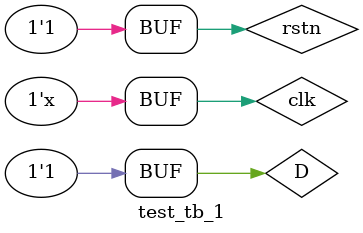
<source format=v>
`timescale 1ns / 1ps


module test_tb_1;

	// Inputs
	reg rstn;
	reg clk;
	reg D;

	// Outputs
	wire Q;

	// Instantiate the Unit Under Test (UUT)
	test uut (
		.rstn(rstn), 
		.clk(clk), 
		.D(D), 
		.Q(Q)
	);

	initial begin
		// Initialize Inputs
		rstn = 1;
		clk = 0;
		D = 0;

		// Wait 100 ns for global reset to finish
		# 5;
		D = 1;
		# 5;
		D = 0;
		# 5;
		D = 1;
		# 10;
		rstn = 0;
		# 10
		rstn = 1;
        
		// Add stimulus here

	end
	
	always #1 clk=~clk;
      
endmodule


</source>
